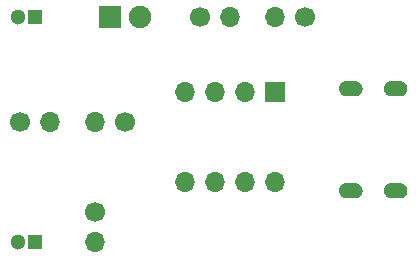
<source format=gbr>
%TF.GenerationSoftware,KiCad,Pcbnew,(5.1.6-0-10_14)*%
%TF.CreationDate,2020-10-03T02:43:04-05:00*%
%TF.ProjectId,usbc-power,75736263-2d70-46f7-9765-722e6b696361,rev?*%
%TF.SameCoordinates,Original*%
%TF.FileFunction,Soldermask,Bot*%
%TF.FilePolarity,Negative*%
%FSLAX46Y46*%
G04 Gerber Fmt 4.6, Leading zero omitted, Abs format (unit mm)*
G04 Created by KiCad (PCBNEW (5.1.6-0-10_14)) date 2020-10-03 02:43:04*
%MOMM*%
%LPD*%
G01*
G04 APERTURE LIST*
%ADD10C,0.010000*%
%ADD11O,1.700000X1.700000*%
%ADD12C,1.700000*%
%ADD13C,0.600000*%
%ADD14C,1.300000*%
%ADD15R,1.300000X1.300000*%
%ADD16R,1.900000X1.900000*%
%ADD17C,1.900000*%
%ADD18R,1.700000X1.700000*%
G04 APERTURE END LIST*
D10*
%TO.C,J1*%
G36*
X154930000Y-80980000D02*
G01*
X154940000Y-80980000D01*
X154940000Y-80380000D01*
X155280000Y-80380000D01*
X155311402Y-80380822D01*
X155342717Y-80383287D01*
X155373861Y-80387387D01*
X155404747Y-80393111D01*
X155435291Y-80400445D01*
X155465410Y-80409366D01*
X155495021Y-80419852D01*
X155524042Y-80431873D01*
X155552394Y-80445396D01*
X155580000Y-80460385D01*
X155606783Y-80476798D01*
X155632671Y-80494590D01*
X155657592Y-80513712D01*
X155681478Y-80534113D01*
X155704264Y-80555736D01*
X155725887Y-80578522D01*
X155746288Y-80602408D01*
X155765410Y-80627329D01*
X155783202Y-80653217D01*
X155799615Y-80680000D01*
X155814604Y-80707606D01*
X155828127Y-80735958D01*
X155840148Y-80764979D01*
X155850634Y-80794590D01*
X155859555Y-80824709D01*
X155866889Y-80855253D01*
X155872613Y-80886139D01*
X155876713Y-80917283D01*
X155879178Y-80948598D01*
X155880000Y-80980000D01*
X155879178Y-81011402D01*
X155876713Y-81042717D01*
X155872613Y-81073861D01*
X155866889Y-81104747D01*
X155859555Y-81135291D01*
X155850634Y-81165410D01*
X155840148Y-81195021D01*
X155828127Y-81224042D01*
X155814604Y-81252394D01*
X155799615Y-81280000D01*
X155783202Y-81306783D01*
X155765410Y-81332671D01*
X155746288Y-81357592D01*
X155725887Y-81381478D01*
X155704264Y-81404264D01*
X155681478Y-81425887D01*
X155657592Y-81446288D01*
X155632671Y-81465410D01*
X155606783Y-81483202D01*
X155580000Y-81499615D01*
X155552394Y-81514604D01*
X155524042Y-81528127D01*
X155495021Y-81540148D01*
X155465410Y-81550634D01*
X155435291Y-81559555D01*
X155404747Y-81566889D01*
X155373861Y-81572613D01*
X155342717Y-81576713D01*
X155311402Y-81579178D01*
X155280000Y-81580000D01*
X154580000Y-81580000D01*
X154548598Y-81579178D01*
X154517283Y-81576713D01*
X154486139Y-81572613D01*
X154455253Y-81566889D01*
X154424709Y-81559555D01*
X154394590Y-81550634D01*
X154364979Y-81540148D01*
X154335958Y-81528127D01*
X154307606Y-81514604D01*
X154280000Y-81499615D01*
X154253217Y-81483202D01*
X154227329Y-81465410D01*
X154202408Y-81446288D01*
X154178522Y-81425887D01*
X154155736Y-81404264D01*
X154134113Y-81381478D01*
X154113712Y-81357592D01*
X154094590Y-81332671D01*
X154076798Y-81306783D01*
X154060385Y-81280000D01*
X154045396Y-81252394D01*
X154031873Y-81224042D01*
X154019852Y-81195021D01*
X154009366Y-81165410D01*
X154000445Y-81135291D01*
X153993111Y-81104747D01*
X153987387Y-81073861D01*
X153983287Y-81042717D01*
X153980822Y-81011402D01*
X153980000Y-80980000D01*
X153980822Y-80948598D01*
X153983287Y-80917283D01*
X153987387Y-80886139D01*
X153993111Y-80855253D01*
X154000445Y-80824709D01*
X154009366Y-80794590D01*
X154019852Y-80764979D01*
X154031873Y-80735958D01*
X154045396Y-80707606D01*
X154060385Y-80680000D01*
X154076798Y-80653217D01*
X154094590Y-80627329D01*
X154113712Y-80602408D01*
X154134113Y-80578522D01*
X154155736Y-80555736D01*
X154178522Y-80534113D01*
X154202408Y-80513712D01*
X154227329Y-80494590D01*
X154253217Y-80476798D01*
X154280000Y-80460385D01*
X154307606Y-80445396D01*
X154335958Y-80431873D01*
X154364979Y-80419852D01*
X154394590Y-80409366D01*
X154424709Y-80400445D01*
X154455253Y-80393111D01*
X154486139Y-80387387D01*
X154517283Y-80383287D01*
X154548598Y-80380822D01*
X154580000Y-80380000D01*
X154930000Y-80380000D01*
X154930000Y-80980000D01*
G37*
X154930000Y-80980000D02*
X154940000Y-80980000D01*
X154940000Y-80380000D01*
X155280000Y-80380000D01*
X155311402Y-80380822D01*
X155342717Y-80383287D01*
X155373861Y-80387387D01*
X155404747Y-80393111D01*
X155435291Y-80400445D01*
X155465410Y-80409366D01*
X155495021Y-80419852D01*
X155524042Y-80431873D01*
X155552394Y-80445396D01*
X155580000Y-80460385D01*
X155606783Y-80476798D01*
X155632671Y-80494590D01*
X155657592Y-80513712D01*
X155681478Y-80534113D01*
X155704264Y-80555736D01*
X155725887Y-80578522D01*
X155746288Y-80602408D01*
X155765410Y-80627329D01*
X155783202Y-80653217D01*
X155799615Y-80680000D01*
X155814604Y-80707606D01*
X155828127Y-80735958D01*
X155840148Y-80764979D01*
X155850634Y-80794590D01*
X155859555Y-80824709D01*
X155866889Y-80855253D01*
X155872613Y-80886139D01*
X155876713Y-80917283D01*
X155879178Y-80948598D01*
X155880000Y-80980000D01*
X155879178Y-81011402D01*
X155876713Y-81042717D01*
X155872613Y-81073861D01*
X155866889Y-81104747D01*
X155859555Y-81135291D01*
X155850634Y-81165410D01*
X155840148Y-81195021D01*
X155828127Y-81224042D01*
X155814604Y-81252394D01*
X155799615Y-81280000D01*
X155783202Y-81306783D01*
X155765410Y-81332671D01*
X155746288Y-81357592D01*
X155725887Y-81381478D01*
X155704264Y-81404264D01*
X155681478Y-81425887D01*
X155657592Y-81446288D01*
X155632671Y-81465410D01*
X155606783Y-81483202D01*
X155580000Y-81499615D01*
X155552394Y-81514604D01*
X155524042Y-81528127D01*
X155495021Y-81540148D01*
X155465410Y-81550634D01*
X155435291Y-81559555D01*
X155404747Y-81566889D01*
X155373861Y-81572613D01*
X155342717Y-81576713D01*
X155311402Y-81579178D01*
X155280000Y-81580000D01*
X154580000Y-81580000D01*
X154548598Y-81579178D01*
X154517283Y-81576713D01*
X154486139Y-81572613D01*
X154455253Y-81566889D01*
X154424709Y-81559555D01*
X154394590Y-81550634D01*
X154364979Y-81540148D01*
X154335958Y-81528127D01*
X154307606Y-81514604D01*
X154280000Y-81499615D01*
X154253217Y-81483202D01*
X154227329Y-81465410D01*
X154202408Y-81446288D01*
X154178522Y-81425887D01*
X154155736Y-81404264D01*
X154134113Y-81381478D01*
X154113712Y-81357592D01*
X154094590Y-81332671D01*
X154076798Y-81306783D01*
X154060385Y-81280000D01*
X154045396Y-81252394D01*
X154031873Y-81224042D01*
X154019852Y-81195021D01*
X154009366Y-81165410D01*
X154000445Y-81135291D01*
X153993111Y-81104747D01*
X153987387Y-81073861D01*
X153983287Y-81042717D01*
X153980822Y-81011402D01*
X153980000Y-80980000D01*
X153980822Y-80948598D01*
X153983287Y-80917283D01*
X153987387Y-80886139D01*
X153993111Y-80855253D01*
X154000445Y-80824709D01*
X154009366Y-80794590D01*
X154019852Y-80764979D01*
X154031873Y-80735958D01*
X154045396Y-80707606D01*
X154060385Y-80680000D01*
X154076798Y-80653217D01*
X154094590Y-80627329D01*
X154113712Y-80602408D01*
X154134113Y-80578522D01*
X154155736Y-80555736D01*
X154178522Y-80534113D01*
X154202408Y-80513712D01*
X154227329Y-80494590D01*
X154253217Y-80476798D01*
X154280000Y-80460385D01*
X154307606Y-80445396D01*
X154335958Y-80431873D01*
X154364979Y-80419852D01*
X154394590Y-80409366D01*
X154424709Y-80400445D01*
X154455253Y-80393111D01*
X154486139Y-80387387D01*
X154517283Y-80383287D01*
X154548598Y-80380822D01*
X154580000Y-80380000D01*
X154930000Y-80380000D01*
X154930000Y-80980000D01*
G36*
X154930000Y-89620000D02*
G01*
X154940000Y-89620000D01*
X154940000Y-89020000D01*
X155280000Y-89020000D01*
X155311402Y-89020822D01*
X155342717Y-89023287D01*
X155373861Y-89027387D01*
X155404747Y-89033111D01*
X155435291Y-89040445D01*
X155465410Y-89049366D01*
X155495021Y-89059852D01*
X155524042Y-89071873D01*
X155552394Y-89085396D01*
X155580000Y-89100385D01*
X155606783Y-89116798D01*
X155632671Y-89134590D01*
X155657592Y-89153712D01*
X155681478Y-89174113D01*
X155704264Y-89195736D01*
X155725887Y-89218522D01*
X155746288Y-89242408D01*
X155765410Y-89267329D01*
X155783202Y-89293217D01*
X155799615Y-89320000D01*
X155814604Y-89347606D01*
X155828127Y-89375958D01*
X155840148Y-89404979D01*
X155850634Y-89434590D01*
X155859555Y-89464709D01*
X155866889Y-89495253D01*
X155872613Y-89526139D01*
X155876713Y-89557283D01*
X155879178Y-89588598D01*
X155880000Y-89620000D01*
X155879178Y-89651402D01*
X155876713Y-89682717D01*
X155872613Y-89713861D01*
X155866889Y-89744747D01*
X155859555Y-89775291D01*
X155850634Y-89805410D01*
X155840148Y-89835021D01*
X155828127Y-89864042D01*
X155814604Y-89892394D01*
X155799615Y-89920000D01*
X155783202Y-89946783D01*
X155765410Y-89972671D01*
X155746288Y-89997592D01*
X155725887Y-90021478D01*
X155704264Y-90044264D01*
X155681478Y-90065887D01*
X155657592Y-90086288D01*
X155632671Y-90105410D01*
X155606783Y-90123202D01*
X155580000Y-90139615D01*
X155552394Y-90154604D01*
X155524042Y-90168127D01*
X155495021Y-90180148D01*
X155465410Y-90190634D01*
X155435291Y-90199555D01*
X155404747Y-90206889D01*
X155373861Y-90212613D01*
X155342717Y-90216713D01*
X155311402Y-90219178D01*
X155280000Y-90220000D01*
X154580000Y-90220000D01*
X154548598Y-90219178D01*
X154517283Y-90216713D01*
X154486139Y-90212613D01*
X154455253Y-90206889D01*
X154424709Y-90199555D01*
X154394590Y-90190634D01*
X154364979Y-90180148D01*
X154335958Y-90168127D01*
X154307606Y-90154604D01*
X154280000Y-90139615D01*
X154253217Y-90123202D01*
X154227329Y-90105410D01*
X154202408Y-90086288D01*
X154178522Y-90065887D01*
X154155736Y-90044264D01*
X154134113Y-90021478D01*
X154113712Y-89997592D01*
X154094590Y-89972671D01*
X154076798Y-89946783D01*
X154060385Y-89920000D01*
X154045396Y-89892394D01*
X154031873Y-89864042D01*
X154019852Y-89835021D01*
X154009366Y-89805410D01*
X154000445Y-89775291D01*
X153993111Y-89744747D01*
X153987387Y-89713861D01*
X153983287Y-89682717D01*
X153980822Y-89651402D01*
X153980000Y-89620000D01*
X153980822Y-89588598D01*
X153983287Y-89557283D01*
X153987387Y-89526139D01*
X153993111Y-89495253D01*
X154000445Y-89464709D01*
X154009366Y-89434590D01*
X154019852Y-89404979D01*
X154031873Y-89375958D01*
X154045396Y-89347606D01*
X154060385Y-89320000D01*
X154076798Y-89293217D01*
X154094590Y-89267329D01*
X154113712Y-89242408D01*
X154134113Y-89218522D01*
X154155736Y-89195736D01*
X154178522Y-89174113D01*
X154202408Y-89153712D01*
X154227329Y-89134590D01*
X154253217Y-89116798D01*
X154280000Y-89100385D01*
X154307606Y-89085396D01*
X154335958Y-89071873D01*
X154364979Y-89059852D01*
X154394590Y-89049366D01*
X154424709Y-89040445D01*
X154455253Y-89033111D01*
X154486139Y-89027387D01*
X154517283Y-89023287D01*
X154548598Y-89020822D01*
X154580000Y-89020000D01*
X154930000Y-89020000D01*
X154930000Y-89620000D01*
G37*
X154930000Y-89620000D02*
X154940000Y-89620000D01*
X154940000Y-89020000D01*
X155280000Y-89020000D01*
X155311402Y-89020822D01*
X155342717Y-89023287D01*
X155373861Y-89027387D01*
X155404747Y-89033111D01*
X155435291Y-89040445D01*
X155465410Y-89049366D01*
X155495021Y-89059852D01*
X155524042Y-89071873D01*
X155552394Y-89085396D01*
X155580000Y-89100385D01*
X155606783Y-89116798D01*
X155632671Y-89134590D01*
X155657592Y-89153712D01*
X155681478Y-89174113D01*
X155704264Y-89195736D01*
X155725887Y-89218522D01*
X155746288Y-89242408D01*
X155765410Y-89267329D01*
X155783202Y-89293217D01*
X155799615Y-89320000D01*
X155814604Y-89347606D01*
X155828127Y-89375958D01*
X155840148Y-89404979D01*
X155850634Y-89434590D01*
X155859555Y-89464709D01*
X155866889Y-89495253D01*
X155872613Y-89526139D01*
X155876713Y-89557283D01*
X155879178Y-89588598D01*
X155880000Y-89620000D01*
X155879178Y-89651402D01*
X155876713Y-89682717D01*
X155872613Y-89713861D01*
X155866889Y-89744747D01*
X155859555Y-89775291D01*
X155850634Y-89805410D01*
X155840148Y-89835021D01*
X155828127Y-89864042D01*
X155814604Y-89892394D01*
X155799615Y-89920000D01*
X155783202Y-89946783D01*
X155765410Y-89972671D01*
X155746288Y-89997592D01*
X155725887Y-90021478D01*
X155704264Y-90044264D01*
X155681478Y-90065887D01*
X155657592Y-90086288D01*
X155632671Y-90105410D01*
X155606783Y-90123202D01*
X155580000Y-90139615D01*
X155552394Y-90154604D01*
X155524042Y-90168127D01*
X155495021Y-90180148D01*
X155465410Y-90190634D01*
X155435291Y-90199555D01*
X155404747Y-90206889D01*
X155373861Y-90212613D01*
X155342717Y-90216713D01*
X155311402Y-90219178D01*
X155280000Y-90220000D01*
X154580000Y-90220000D01*
X154548598Y-90219178D01*
X154517283Y-90216713D01*
X154486139Y-90212613D01*
X154455253Y-90206889D01*
X154424709Y-90199555D01*
X154394590Y-90190634D01*
X154364979Y-90180148D01*
X154335958Y-90168127D01*
X154307606Y-90154604D01*
X154280000Y-90139615D01*
X154253217Y-90123202D01*
X154227329Y-90105410D01*
X154202408Y-90086288D01*
X154178522Y-90065887D01*
X154155736Y-90044264D01*
X154134113Y-90021478D01*
X154113712Y-89997592D01*
X154094590Y-89972671D01*
X154076798Y-89946783D01*
X154060385Y-89920000D01*
X154045396Y-89892394D01*
X154031873Y-89864042D01*
X154019852Y-89835021D01*
X154009366Y-89805410D01*
X154000445Y-89775291D01*
X153993111Y-89744747D01*
X153987387Y-89713861D01*
X153983287Y-89682717D01*
X153980822Y-89651402D01*
X153980000Y-89620000D01*
X153980822Y-89588598D01*
X153983287Y-89557283D01*
X153987387Y-89526139D01*
X153993111Y-89495253D01*
X154000445Y-89464709D01*
X154009366Y-89434590D01*
X154019852Y-89404979D01*
X154031873Y-89375958D01*
X154045396Y-89347606D01*
X154060385Y-89320000D01*
X154076798Y-89293217D01*
X154094590Y-89267329D01*
X154113712Y-89242408D01*
X154134113Y-89218522D01*
X154155736Y-89195736D01*
X154178522Y-89174113D01*
X154202408Y-89153712D01*
X154227329Y-89134590D01*
X154253217Y-89116798D01*
X154280000Y-89100385D01*
X154307606Y-89085396D01*
X154335958Y-89071873D01*
X154364979Y-89059852D01*
X154394590Y-89049366D01*
X154424709Y-89040445D01*
X154455253Y-89033111D01*
X154486139Y-89027387D01*
X154517283Y-89023287D01*
X154548598Y-89020822D01*
X154580000Y-89020000D01*
X154930000Y-89020000D01*
X154930000Y-89620000D01*
G36*
X151130000Y-80980000D02*
G01*
X151140000Y-80980000D01*
X151140000Y-80380000D01*
X151480000Y-80380000D01*
X151511402Y-80380822D01*
X151542717Y-80383287D01*
X151573861Y-80387387D01*
X151604747Y-80393111D01*
X151635291Y-80400445D01*
X151665410Y-80409366D01*
X151695021Y-80419852D01*
X151724042Y-80431873D01*
X151752394Y-80445396D01*
X151780000Y-80460385D01*
X151806783Y-80476798D01*
X151832671Y-80494590D01*
X151857592Y-80513712D01*
X151881478Y-80534113D01*
X151904264Y-80555736D01*
X151925887Y-80578522D01*
X151946288Y-80602408D01*
X151965410Y-80627329D01*
X151983202Y-80653217D01*
X151999615Y-80680000D01*
X152014604Y-80707606D01*
X152028127Y-80735958D01*
X152040148Y-80764979D01*
X152050634Y-80794590D01*
X152059555Y-80824709D01*
X152066889Y-80855253D01*
X152072613Y-80886139D01*
X152076713Y-80917283D01*
X152079178Y-80948598D01*
X152080000Y-80980000D01*
X152079178Y-81011402D01*
X152076713Y-81042717D01*
X152072613Y-81073861D01*
X152066889Y-81104747D01*
X152059555Y-81135291D01*
X152050634Y-81165410D01*
X152040148Y-81195021D01*
X152028127Y-81224042D01*
X152014604Y-81252394D01*
X151999615Y-81280000D01*
X151983202Y-81306783D01*
X151965410Y-81332671D01*
X151946288Y-81357592D01*
X151925887Y-81381478D01*
X151904264Y-81404264D01*
X151881478Y-81425887D01*
X151857592Y-81446288D01*
X151832671Y-81465410D01*
X151806783Y-81483202D01*
X151780000Y-81499615D01*
X151752394Y-81514604D01*
X151724042Y-81528127D01*
X151695021Y-81540148D01*
X151665410Y-81550634D01*
X151635291Y-81559555D01*
X151604747Y-81566889D01*
X151573861Y-81572613D01*
X151542717Y-81576713D01*
X151511402Y-81579178D01*
X151480000Y-81580000D01*
X150780000Y-81580000D01*
X150748598Y-81579178D01*
X150717283Y-81576713D01*
X150686139Y-81572613D01*
X150655253Y-81566889D01*
X150624709Y-81559555D01*
X150594590Y-81550634D01*
X150564979Y-81540148D01*
X150535958Y-81528127D01*
X150507606Y-81514604D01*
X150480000Y-81499615D01*
X150453217Y-81483202D01*
X150427329Y-81465410D01*
X150402408Y-81446288D01*
X150378522Y-81425887D01*
X150355736Y-81404264D01*
X150334113Y-81381478D01*
X150313712Y-81357592D01*
X150294590Y-81332671D01*
X150276798Y-81306783D01*
X150260385Y-81280000D01*
X150245396Y-81252394D01*
X150231873Y-81224042D01*
X150219852Y-81195021D01*
X150209366Y-81165410D01*
X150200445Y-81135291D01*
X150193111Y-81104747D01*
X150187387Y-81073861D01*
X150183287Y-81042717D01*
X150180822Y-81011402D01*
X150180000Y-80980000D01*
X150180822Y-80948598D01*
X150183287Y-80917283D01*
X150187387Y-80886139D01*
X150193111Y-80855253D01*
X150200445Y-80824709D01*
X150209366Y-80794590D01*
X150219852Y-80764979D01*
X150231873Y-80735958D01*
X150245396Y-80707606D01*
X150260385Y-80680000D01*
X150276798Y-80653217D01*
X150294590Y-80627329D01*
X150313712Y-80602408D01*
X150334113Y-80578522D01*
X150355736Y-80555736D01*
X150378522Y-80534113D01*
X150402408Y-80513712D01*
X150427329Y-80494590D01*
X150453217Y-80476798D01*
X150480000Y-80460385D01*
X150507606Y-80445396D01*
X150535958Y-80431873D01*
X150564979Y-80419852D01*
X150594590Y-80409366D01*
X150624709Y-80400445D01*
X150655253Y-80393111D01*
X150686139Y-80387387D01*
X150717283Y-80383287D01*
X150748598Y-80380822D01*
X150780000Y-80380000D01*
X151130000Y-80380000D01*
X151130000Y-80980000D01*
G37*
X151130000Y-80980000D02*
X151140000Y-80980000D01*
X151140000Y-80380000D01*
X151480000Y-80380000D01*
X151511402Y-80380822D01*
X151542717Y-80383287D01*
X151573861Y-80387387D01*
X151604747Y-80393111D01*
X151635291Y-80400445D01*
X151665410Y-80409366D01*
X151695021Y-80419852D01*
X151724042Y-80431873D01*
X151752394Y-80445396D01*
X151780000Y-80460385D01*
X151806783Y-80476798D01*
X151832671Y-80494590D01*
X151857592Y-80513712D01*
X151881478Y-80534113D01*
X151904264Y-80555736D01*
X151925887Y-80578522D01*
X151946288Y-80602408D01*
X151965410Y-80627329D01*
X151983202Y-80653217D01*
X151999615Y-80680000D01*
X152014604Y-80707606D01*
X152028127Y-80735958D01*
X152040148Y-80764979D01*
X152050634Y-80794590D01*
X152059555Y-80824709D01*
X152066889Y-80855253D01*
X152072613Y-80886139D01*
X152076713Y-80917283D01*
X152079178Y-80948598D01*
X152080000Y-80980000D01*
X152079178Y-81011402D01*
X152076713Y-81042717D01*
X152072613Y-81073861D01*
X152066889Y-81104747D01*
X152059555Y-81135291D01*
X152050634Y-81165410D01*
X152040148Y-81195021D01*
X152028127Y-81224042D01*
X152014604Y-81252394D01*
X151999615Y-81280000D01*
X151983202Y-81306783D01*
X151965410Y-81332671D01*
X151946288Y-81357592D01*
X151925887Y-81381478D01*
X151904264Y-81404264D01*
X151881478Y-81425887D01*
X151857592Y-81446288D01*
X151832671Y-81465410D01*
X151806783Y-81483202D01*
X151780000Y-81499615D01*
X151752394Y-81514604D01*
X151724042Y-81528127D01*
X151695021Y-81540148D01*
X151665410Y-81550634D01*
X151635291Y-81559555D01*
X151604747Y-81566889D01*
X151573861Y-81572613D01*
X151542717Y-81576713D01*
X151511402Y-81579178D01*
X151480000Y-81580000D01*
X150780000Y-81580000D01*
X150748598Y-81579178D01*
X150717283Y-81576713D01*
X150686139Y-81572613D01*
X150655253Y-81566889D01*
X150624709Y-81559555D01*
X150594590Y-81550634D01*
X150564979Y-81540148D01*
X150535958Y-81528127D01*
X150507606Y-81514604D01*
X150480000Y-81499615D01*
X150453217Y-81483202D01*
X150427329Y-81465410D01*
X150402408Y-81446288D01*
X150378522Y-81425887D01*
X150355736Y-81404264D01*
X150334113Y-81381478D01*
X150313712Y-81357592D01*
X150294590Y-81332671D01*
X150276798Y-81306783D01*
X150260385Y-81280000D01*
X150245396Y-81252394D01*
X150231873Y-81224042D01*
X150219852Y-81195021D01*
X150209366Y-81165410D01*
X150200445Y-81135291D01*
X150193111Y-81104747D01*
X150187387Y-81073861D01*
X150183287Y-81042717D01*
X150180822Y-81011402D01*
X150180000Y-80980000D01*
X150180822Y-80948598D01*
X150183287Y-80917283D01*
X150187387Y-80886139D01*
X150193111Y-80855253D01*
X150200445Y-80824709D01*
X150209366Y-80794590D01*
X150219852Y-80764979D01*
X150231873Y-80735958D01*
X150245396Y-80707606D01*
X150260385Y-80680000D01*
X150276798Y-80653217D01*
X150294590Y-80627329D01*
X150313712Y-80602408D01*
X150334113Y-80578522D01*
X150355736Y-80555736D01*
X150378522Y-80534113D01*
X150402408Y-80513712D01*
X150427329Y-80494590D01*
X150453217Y-80476798D01*
X150480000Y-80460385D01*
X150507606Y-80445396D01*
X150535958Y-80431873D01*
X150564979Y-80419852D01*
X150594590Y-80409366D01*
X150624709Y-80400445D01*
X150655253Y-80393111D01*
X150686139Y-80387387D01*
X150717283Y-80383287D01*
X150748598Y-80380822D01*
X150780000Y-80380000D01*
X151130000Y-80380000D01*
X151130000Y-80980000D01*
G36*
X151130000Y-89620000D02*
G01*
X151140000Y-89620000D01*
X151140000Y-89020000D01*
X151480000Y-89020000D01*
X151511402Y-89020822D01*
X151542717Y-89023287D01*
X151573861Y-89027387D01*
X151604747Y-89033111D01*
X151635291Y-89040445D01*
X151665410Y-89049366D01*
X151695021Y-89059852D01*
X151724042Y-89071873D01*
X151752394Y-89085396D01*
X151780000Y-89100385D01*
X151806783Y-89116798D01*
X151832671Y-89134590D01*
X151857592Y-89153712D01*
X151881478Y-89174113D01*
X151904264Y-89195736D01*
X151925887Y-89218522D01*
X151946288Y-89242408D01*
X151965410Y-89267329D01*
X151983202Y-89293217D01*
X151999615Y-89320000D01*
X152014604Y-89347606D01*
X152028127Y-89375958D01*
X152040148Y-89404979D01*
X152050634Y-89434590D01*
X152059555Y-89464709D01*
X152066889Y-89495253D01*
X152072613Y-89526139D01*
X152076713Y-89557283D01*
X152079178Y-89588598D01*
X152080000Y-89620000D01*
X152079178Y-89651402D01*
X152076713Y-89682717D01*
X152072613Y-89713861D01*
X152066889Y-89744747D01*
X152059555Y-89775291D01*
X152050634Y-89805410D01*
X152040148Y-89835021D01*
X152028127Y-89864042D01*
X152014604Y-89892394D01*
X151999615Y-89920000D01*
X151983202Y-89946783D01*
X151965410Y-89972671D01*
X151946288Y-89997592D01*
X151925887Y-90021478D01*
X151904264Y-90044264D01*
X151881478Y-90065887D01*
X151857592Y-90086288D01*
X151832671Y-90105410D01*
X151806783Y-90123202D01*
X151780000Y-90139615D01*
X151752394Y-90154604D01*
X151724042Y-90168127D01*
X151695021Y-90180148D01*
X151665410Y-90190634D01*
X151635291Y-90199555D01*
X151604747Y-90206889D01*
X151573861Y-90212613D01*
X151542717Y-90216713D01*
X151511402Y-90219178D01*
X151480000Y-90220000D01*
X150780000Y-90220000D01*
X150748598Y-90219178D01*
X150717283Y-90216713D01*
X150686139Y-90212613D01*
X150655253Y-90206889D01*
X150624709Y-90199555D01*
X150594590Y-90190634D01*
X150564979Y-90180148D01*
X150535958Y-90168127D01*
X150507606Y-90154604D01*
X150480000Y-90139615D01*
X150453217Y-90123202D01*
X150427329Y-90105410D01*
X150402408Y-90086288D01*
X150378522Y-90065887D01*
X150355736Y-90044264D01*
X150334113Y-90021478D01*
X150313712Y-89997592D01*
X150294590Y-89972671D01*
X150276798Y-89946783D01*
X150260385Y-89920000D01*
X150245396Y-89892394D01*
X150231873Y-89864042D01*
X150219852Y-89835021D01*
X150209366Y-89805410D01*
X150200445Y-89775291D01*
X150193111Y-89744747D01*
X150187387Y-89713861D01*
X150183287Y-89682717D01*
X150180822Y-89651402D01*
X150180000Y-89620000D01*
X150180822Y-89588598D01*
X150183287Y-89557283D01*
X150187387Y-89526139D01*
X150193111Y-89495253D01*
X150200445Y-89464709D01*
X150209366Y-89434590D01*
X150219852Y-89404979D01*
X150231873Y-89375958D01*
X150245396Y-89347606D01*
X150260385Y-89320000D01*
X150276798Y-89293217D01*
X150294590Y-89267329D01*
X150313712Y-89242408D01*
X150334113Y-89218522D01*
X150355736Y-89195736D01*
X150378522Y-89174113D01*
X150402408Y-89153712D01*
X150427329Y-89134590D01*
X150453217Y-89116798D01*
X150480000Y-89100385D01*
X150507606Y-89085396D01*
X150535958Y-89071873D01*
X150564979Y-89059852D01*
X150594590Y-89049366D01*
X150624709Y-89040445D01*
X150655253Y-89033111D01*
X150686139Y-89027387D01*
X150717283Y-89023287D01*
X150748598Y-89020822D01*
X150780000Y-89020000D01*
X151130000Y-89020000D01*
X151130000Y-89620000D01*
G37*
X151130000Y-89620000D02*
X151140000Y-89620000D01*
X151140000Y-89020000D01*
X151480000Y-89020000D01*
X151511402Y-89020822D01*
X151542717Y-89023287D01*
X151573861Y-89027387D01*
X151604747Y-89033111D01*
X151635291Y-89040445D01*
X151665410Y-89049366D01*
X151695021Y-89059852D01*
X151724042Y-89071873D01*
X151752394Y-89085396D01*
X151780000Y-89100385D01*
X151806783Y-89116798D01*
X151832671Y-89134590D01*
X151857592Y-89153712D01*
X151881478Y-89174113D01*
X151904264Y-89195736D01*
X151925887Y-89218522D01*
X151946288Y-89242408D01*
X151965410Y-89267329D01*
X151983202Y-89293217D01*
X151999615Y-89320000D01*
X152014604Y-89347606D01*
X152028127Y-89375958D01*
X152040148Y-89404979D01*
X152050634Y-89434590D01*
X152059555Y-89464709D01*
X152066889Y-89495253D01*
X152072613Y-89526139D01*
X152076713Y-89557283D01*
X152079178Y-89588598D01*
X152080000Y-89620000D01*
X152079178Y-89651402D01*
X152076713Y-89682717D01*
X152072613Y-89713861D01*
X152066889Y-89744747D01*
X152059555Y-89775291D01*
X152050634Y-89805410D01*
X152040148Y-89835021D01*
X152028127Y-89864042D01*
X152014604Y-89892394D01*
X151999615Y-89920000D01*
X151983202Y-89946783D01*
X151965410Y-89972671D01*
X151946288Y-89997592D01*
X151925887Y-90021478D01*
X151904264Y-90044264D01*
X151881478Y-90065887D01*
X151857592Y-90086288D01*
X151832671Y-90105410D01*
X151806783Y-90123202D01*
X151780000Y-90139615D01*
X151752394Y-90154604D01*
X151724042Y-90168127D01*
X151695021Y-90180148D01*
X151665410Y-90190634D01*
X151635291Y-90199555D01*
X151604747Y-90206889D01*
X151573861Y-90212613D01*
X151542717Y-90216713D01*
X151511402Y-90219178D01*
X151480000Y-90220000D01*
X150780000Y-90220000D01*
X150748598Y-90219178D01*
X150717283Y-90216713D01*
X150686139Y-90212613D01*
X150655253Y-90206889D01*
X150624709Y-90199555D01*
X150594590Y-90190634D01*
X150564979Y-90180148D01*
X150535958Y-90168127D01*
X150507606Y-90154604D01*
X150480000Y-90139615D01*
X150453217Y-90123202D01*
X150427329Y-90105410D01*
X150402408Y-90086288D01*
X150378522Y-90065887D01*
X150355736Y-90044264D01*
X150334113Y-90021478D01*
X150313712Y-89997592D01*
X150294590Y-89972671D01*
X150276798Y-89946783D01*
X150260385Y-89920000D01*
X150245396Y-89892394D01*
X150231873Y-89864042D01*
X150219852Y-89835021D01*
X150209366Y-89805410D01*
X150200445Y-89775291D01*
X150193111Y-89744747D01*
X150187387Y-89713861D01*
X150183287Y-89682717D01*
X150180822Y-89651402D01*
X150180000Y-89620000D01*
X150180822Y-89588598D01*
X150183287Y-89557283D01*
X150187387Y-89526139D01*
X150193111Y-89495253D01*
X150200445Y-89464709D01*
X150209366Y-89434590D01*
X150219852Y-89404979D01*
X150231873Y-89375958D01*
X150245396Y-89347606D01*
X150260385Y-89320000D01*
X150276798Y-89293217D01*
X150294590Y-89267329D01*
X150313712Y-89242408D01*
X150334113Y-89218522D01*
X150355736Y-89195736D01*
X150378522Y-89174113D01*
X150402408Y-89153712D01*
X150427329Y-89134590D01*
X150453217Y-89116798D01*
X150480000Y-89100385D01*
X150507606Y-89085396D01*
X150535958Y-89071873D01*
X150564979Y-89059852D01*
X150594590Y-89049366D01*
X150624709Y-89040445D01*
X150655253Y-89033111D01*
X150686139Y-89027387D01*
X150717283Y-89023287D01*
X150748598Y-89020822D01*
X150780000Y-89020000D01*
X151130000Y-89020000D01*
X151130000Y-89620000D01*
%TD*%
D11*
%TO.C,R5*%
X125730000Y-83820000D03*
D12*
X123190000Y-83820000D03*
%TD*%
D13*
%TO.C,J1*%
X151130000Y-89620000D03*
X151130000Y-80980000D03*
X154930000Y-89620000D03*
X154930000Y-80980000D03*
%TD*%
D14*
%TO.C,C1*%
X122960000Y-93980000D03*
D15*
X124460000Y-93980000D03*
%TD*%
%TO.C,C2*%
X124460000Y-74930000D03*
D14*
X122960000Y-74930000D03*
%TD*%
D16*
%TO.C,D1*%
X130810000Y-74930000D03*
D17*
X133350000Y-74930000D03*
%TD*%
D12*
%TO.C,R1*%
X132080000Y-83820000D03*
D11*
X129540000Y-83820000D03*
%TD*%
%TO.C,R2*%
X129540000Y-93980000D03*
D12*
X129540000Y-91440000D03*
%TD*%
%TO.C,R3*%
X147320000Y-74930000D03*
D11*
X144780000Y-74930000D03*
%TD*%
%TO.C,R4*%
X140970000Y-74930000D03*
D12*
X138430000Y-74930000D03*
%TD*%
D18*
%TO.C,U1*%
X144780000Y-81280000D03*
D11*
X137160000Y-88900000D03*
X142240000Y-81280000D03*
X139700000Y-88900000D03*
X139700000Y-81280000D03*
X142240000Y-88900000D03*
X137160000Y-81280000D03*
X144780000Y-88900000D03*
%TD*%
M02*

</source>
